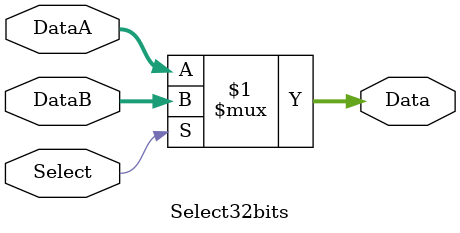
<source format=v>
`timescale 1ns / 1ps


/*
选择32位的数据     ALU的操作数，最后写回的data
input:
        Select: 选择信号
output:
        Data: 选择之后的信号
*/

module Select32bits(Select, DataA, DataB, Data);
input Select;
input [31:0] DataA, DataB;
output [31:0] Data;
    assign Data = Select?DataB:DataA;
endmodule

</source>
